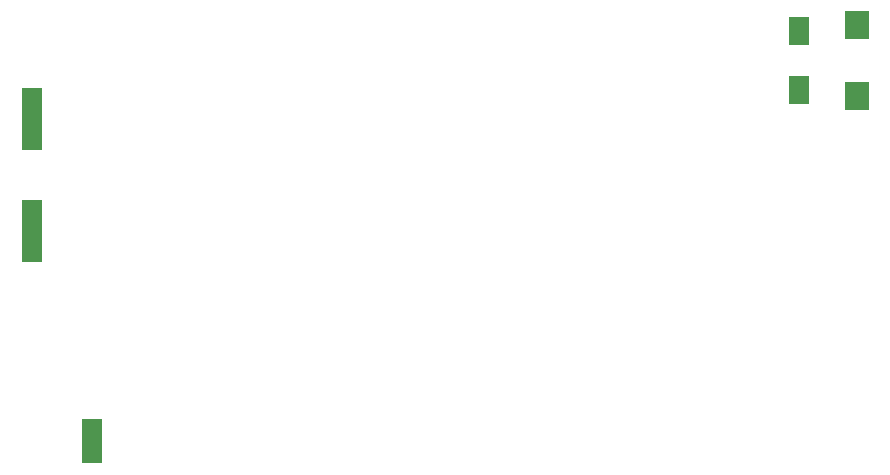
<source format=gbr>
G04 DipTrace 3.3.0.1*
G04 TopPaste.gbr*
%MOMM*%
G04 #@! TF.FileFunction,Paste,Top*
G04 #@! TF.Part,Single*
%ADD43R,1.8X5.3*%
%ADD65R,1.8X2.4*%
%ADD67R,2.0X2.4*%
%ADD69R,1.8X3.8*%
%FSLAX35Y35*%
G04*
G71*
G90*
G75*
G01*
G04 TopPaste*
%LPD*%
D69*
X2016000Y1381000D3*
D67*
X8493000Y4302000D3*
Y4902000D3*
D65*
X8003000Y4352000D3*
Y4852000D3*
D43*
X1508000Y3159000D3*
Y4109000D3*
M02*

</source>
